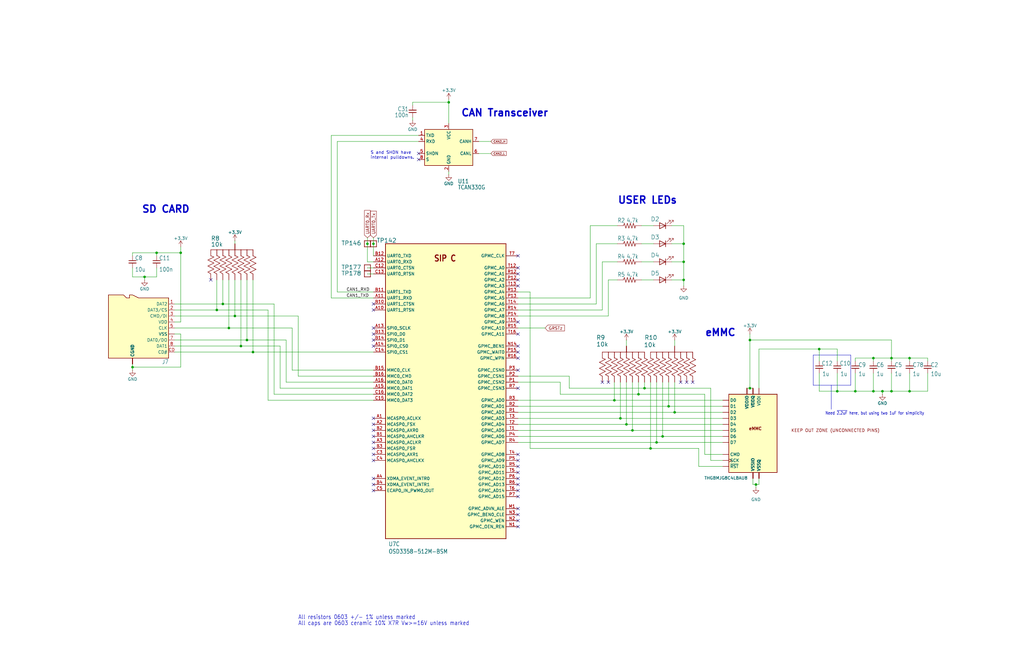
<source format=kicad_sch>
(kicad_sch (version 20250114) (generator "eeschema") (generator_version "9.0")
  (paper "B")
  (title_block (title "Oresat Live Card") (date "2025-09-15") (rev "2.1"))
  (text "CAN Transceiver" (at 194.31 49.53 0) (effects (font (size 3 3) (thickness 0.6) (bold yes)) (justify left bottom)))
  (text "All resistors 0603 +/- 1% unless marked" (at 125.73 261.62 0) (effects (font (size 1.778 1.5113)) (justify left bottom)))
  (text "USER LEDs" (at 260.35 86.36 0) (effects (font (size 3 3) (thickness 0.6) (bold yes)) (justify left bottom)))
  (text "S and SHDN have \ninternal pulldowns." (at 156.21 67.31 0) (effects (font (size 1.27 1.27)) (justify left bottom)))
  (text "All caps are 0603 ceramic 10% X7R Vw>=16V unless marked" (at 125.73 264.16 0) (effects (font (size 1.778 1.5113)) (justify left bottom)))
  (text "Need ~{2.2uF} here, but using two 1uF for simplicity" (at 347.98 175.26 0) (effects (font (size 1.27 1.0795)) (justify left bottom)))
  (text "eMMC" (at 297.18 142.24 0) (effects (font (size 3 3) (thickness 0.6) (bold yes)) (justify left bottom)))
  (text "SD CARD" (at 59.69 90.17 0) (effects (font (size 3 3) (thickness 0.6) (bold yes)) (justify left bottom)))
  (junction (at 274.32 189.23))
  (junction (at 106.68 148.59))
  (junction (at 101.6 146.05))
  (junction (at 383.54 151.13))
  (junction (at 372.11 165.1))
  (junction (at 99.06 133.35))
  (junction (at 261.62 176.53))
  (junction (at 266.7 181.61))
  (junction (at 55.88 154.94))
  (junction (at 383.54 165.1))
  (junction (at 269.24 166.37))
  (junction (at 264.16 179.07))
  (junction (at 66.04 106.68))
  (junction (at 281.94 171.45))
  (junction (at 316.23 143.51))
  (junction (at 318.77 204.47))
  (junction (at 157.48 102.87))
  (junction (at 189.23 43.18))
  (junction (at 284.48 173.99))
  (junction (at 316.23 163.83))
  (junction (at 288.29 102.87))
  (junction (at 288.29 110.49))
  (junction (at 91.44 130.81))
  (junction (at 375.92 151.13))
  (junction (at 360.68 165.1))
  (junction (at 259.08 168.91))
  (junction (at 276.86 186.69))
  (junction (at 368.3 165.1))
  (junction (at 368.3 151.13))
  (junction (at 60.96 116.84))
  (junction (at 288.29 118.11))
  (junction (at 271.78 163.83))
  (junction (at 93.98 128.27))
  (junction (at 76.2 106.68))
  (junction (at 154.94 102.87))
  (junction (at 375.92 165.1))
  (junction (at 353.06 165.1))
  (junction (at 279.4 184.15))
  (junction (at 96.52 138.43))
  (junction (at 345.44 147.32))
  (junction (at 104.14 143.51))
  (no_connect (at 218.44 135.89))
  (no_connect (at 287.02 161.29))
  (no_connect (at 289.56 161.29))
  (no_connect (at 292.1 161.29))
  (no_connect (at 256.54 161.29))
  (no_connect (at 254 161.29))
  (no_connect (at 218.44 107.95))
  (no_connect (at 218.44 113.03))
  (no_connect (at 218.44 115.57))
  (no_connect (at 218.44 118.11))
  (no_connect (at 218.44 120.65))
  (no_connect (at 88.9 118.11))
  (no_connect (at 157.48 128.27))
  (no_connect (at 157.48 140.97))
  (no_connect (at 157.48 138.43))
  (no_connect (at 157.48 130.81))
  (no_connect (at 176.53 67.31))
  (no_connect (at 176.53 64.77))
  (no_connect (at 218.44 151.13))
  (no_connect (at 218.44 156.21))
  (no_connect (at 218.44 163.83))
  (no_connect (at 218.44 140.97))
  (no_connect (at 218.44 146.05))
  (no_connect (at 218.44 148.59))
  (no_connect (at 218.44 194.31))
  (no_connect (at 218.44 196.85))
  (no_connect (at 218.44 199.39))
  (no_connect (at 218.44 201.93))
  (no_connect (at 218.44 204.47))
  (no_connect (at 218.44 207.01))
  (no_connect (at 218.44 209.55))
  (no_connect (at 218.44 214.63))
  (no_connect (at 218.44 217.17))
  (no_connect (at 218.44 219.71))
  (no_connect (at 218.44 191.77))
  (no_connect (at 218.44 222.25))
  (no_connect (at 157.48 207.01))
  (no_connect (at 157.48 204.47))
  (no_connect (at 157.48 201.93))
  (no_connect (at 157.48 191.77))
  (no_connect (at 157.48 194.31))
  (no_connect (at 157.48 189.23))
  (no_connect (at 157.48 186.69))
  (no_connect (at 157.48 184.15))
  (no_connect (at 157.48 181.61))
  (no_connect (at 157.48 179.07))
  (no_connect (at 157.48 176.53))
  (no_connect (at 157.48 146.05))
  (no_connect (at 157.48 143.51))
  (wire (pts (xy 104.14 118.11) (xy 104.14 143.51)))
  (wire (pts (xy 345.44 147.32) (xy 345.44 152.4)))
  (wire (pts (xy 304.8 191.77) (xy 297.18 191.77)))
  (wire (pts (xy 261.62 176.53) (xy 304.8 176.53)))
  (wire (pts (xy 113.03 168.91) (xy 157.48 168.91)))
  (wire (pts (xy 76.2 135.89) (xy 76.2 106.68)))
  (wire (pts (xy 270.51 110.49) (xy 275.59 110.49)))
  (wire (pts (xy 55.88 154.94) (xy 76.2 154.94)))
  (wire (pts (xy 279.4 161.29) (xy 279.4 184.15)))
  (wire (pts (xy 254 110.49) (xy 260.35 110.49)))
  (wire (pts (xy 139.7 57.15) (xy 139.7 125.73)))
  (wire (pts (xy 142.24 59.69) (xy 176.53 59.69)))
  (wire (pts (xy 383.54 165.1) (xy 375.92 165.1)))
  (wire (pts (xy 256.54 118.11) (xy 260.35 118.11)))
  (wire (pts (xy 76.2 154.94) (xy 76.2 140.97)))
  (wire (pts (xy 96.52 138.43) (xy 123.19 138.43)))
  (wire (pts (xy 218.44 158.75) (xy 240.03 158.75)))
  (wire (pts (xy 55.88 153.67) (xy 55.88 154.94)))
  (wire (pts (xy 218.44 130.81) (xy 254 130.81)))
  (wire (pts (xy 304.8 196.85) (xy 294.64 196.85)))
  (wire (pts (xy 391.16 165.1) (xy 383.54 165.1)))
  (wire (pts (xy 66.04 106.68) (xy 76.2 106.68)))
  (wire (pts (xy 157.48 107.95) (xy 157.48 102.87)))
  (wire (pts (xy 60.96 116.84) (xy 60.96 118.11)))
  (wire (pts (xy 76.2 104.14) (xy 76.2 106.68)))
  (wire (pts (xy 270.51 95.25) (xy 275.59 95.25)))
  (wire (pts (xy 304.8 181.61) (xy 266.7 181.61)))
  (wire (pts (xy 383.54 151.13) (xy 391.16 151.13)))
  (wire (pts (xy 288.29 110.49) (xy 288.29 102.87)))
  (wire (pts (xy 269.24 161.29) (xy 269.24 166.37)))
  (wire (pts (xy 118.11 163.83) (xy 118.11 146.05)))
  (wire (pts (xy 173.99 43.18) (xy 189.23 43.18)))
  (wire (pts (xy 240.03 163.83) (xy 271.78 163.83)))
  (wire (pts (xy 218.44 133.35) (xy 256.54 133.35)))
  (wire (pts (xy 125.73 133.35) (xy 125.73 158.75)))
  (wire (pts (xy 55.88 106.68) (xy 55.88 107.95)))
  (wire (pts (xy 91.44 118.11) (xy 91.44 130.81)))
  (wire (pts (xy 218.44 138.43) (xy 229.87 138.43)))
  (wire (pts (xy 274.32 189.23) (xy 294.64 189.23)))
  (wire (pts (xy 281.94 171.45) (xy 304.8 171.45)))
  (wire (pts (xy 276.86 186.69) (xy 218.44 186.69)))
  (wire (pts (xy 223.52 123.19) (xy 223.52 189.23)))
  (wire (pts (xy 284.48 143.51) (xy 284.48 146.05)))
  (polyline (pts (xy 350.52 162.56) (xy 342.9 162.56)))
  (wire (pts (xy 271.78 163.83) (xy 299.72 163.83)))
  (wire (pts (xy 360.68 151.13) (xy 368.3 151.13)))
  (wire (pts (xy 284.48 161.29) (xy 284.48 173.99)))
  (wire (pts (xy 157.48 102.87) (xy 157.48 100.33)))
  (wire (pts (xy 372.11 165.1) (xy 368.3 165.1)))
  (wire (pts (xy 73.66 133.35) (xy 99.06 133.35)))
  (wire (pts (xy 281.94 161.29) (xy 281.94 171.45)))
  (wire (pts (xy 99.06 118.11) (xy 99.06 133.35)))
  (wire (pts (xy 320.04 201.93) (xy 320.04 204.47)))
  (polyline (pts (xy 350.52 172.72) (xy 350.52 162.56)))
  (wire (pts (xy 223.52 189.23) (xy 274.32 189.23)))
  (wire (pts (xy 353.06 147.32) (xy 345.44 147.32)))
  (wire (pts (xy 99.06 101.6) (xy 99.06 102.87)))
  (wire (pts (xy 55.88 113.03) (xy 55.88 116.84)))
  (wire (pts (xy 189.23 43.18) (xy 189.23 52.07)))
  (wire (pts (xy 73.66 148.59) (xy 106.68 148.59)))
  (wire (pts (xy 101.6 146.05) (xy 73.66 146.05)))
  (wire (pts (xy 270.51 118.11) (xy 275.59 118.11)))
  (wire (pts (xy 93.98 118.11) (xy 93.98 128.27)))
  (polyline (pts (xy 358.775 162.56) (xy 350.52 162.56)))
  (wire (pts (xy 118.11 146.05) (xy 101.6 146.05)))
  (wire (pts (xy 218.44 125.73) (xy 248.92 125.73)))
  (wire (pts (xy 113.03 130.81) (xy 91.44 130.81)))
  (wire (pts (xy 248.92 95.25) (xy 260.35 95.25)))
  (wire (pts (xy 345.44 157.48) (xy 345.44 165.1)))
  (wire (pts (xy 375.92 151.13) (xy 383.54 151.13)))
  (wire (pts (xy 66.04 106.68) (xy 55.88 106.68)))
  (wire (pts (xy 248.92 95.25) (xy 248.92 125.73)))
  (wire (pts (xy 264.16 161.29) (xy 264.16 179.07)))
  (wire (pts (xy 66.04 116.84) (xy 60.96 116.84)))
  (wire (pts (xy 118.11 163.83) (xy 157.48 163.83)))
  (wire (pts (xy 372.11 165.1) (xy 372.11 166.37)))
  (wire (pts (xy 375.92 165.1) (xy 372.11 165.1)))
  (wire (pts (xy 274.32 161.29) (xy 274.32 189.23)))
  (wire (pts (xy 76.2 140.97) (xy 73.66 140.97)))
  (wire (pts (xy 154.94 110.49) (xy 157.48 110.49)))
  (wire (pts (xy 266.7 161.29) (xy 266.7 181.61)))
  (polyline (pts (xy 342.9 162.56) (xy 342.9 149.86)))
  (polyline (pts (xy 358.775 149.86) (xy 358.775 162.56)))
  (wire (pts (xy 316.23 143.51) (xy 316.23 163.83)))
  (wire (pts (xy 113.03 168.91) (xy 113.03 130.81)))
  (wire (pts (xy 360.68 165.1) (xy 353.06 165.1)))
  (wire (pts (xy 142.24 123.19) (xy 157.48 123.19)))
  (wire (pts (xy 154.94 102.87) (xy 154.94 110.49)))
  (wire (pts (xy 259.08 161.29) (xy 259.08 168.91)))
  (wire (pts (xy 189.23 41.91) (xy 189.23 43.18)))
  (wire (pts (xy 218.44 123.19) (xy 223.52 123.19)))
  (wire (pts (xy 236.22 161.29) (xy 236.22 166.37)))
  (wire (pts (xy 261.62 161.29) (xy 261.62 176.53)))
  (wire (pts (xy 279.4 184.15) (xy 304.8 184.15)))
  (wire (pts (xy 93.98 128.27) (xy 73.66 128.27)))
  (wire (pts (xy 270.51 102.87) (xy 275.59 102.87)))
  (wire (pts (xy 391.16 151.13) (xy 391.16 152.4)))
  (wire (pts (xy 173.99 49.53) (xy 173.99 50.8)))
  (wire (pts (xy 391.16 157.48) (xy 391.16 165.1)))
  (wire (pts (xy 360.68 157.48) (xy 360.68 165.1)))
  (wire (pts (xy 297.18 191.77) (xy 297.18 166.37)))
  (wire (pts (xy 66.04 113.03) (xy 66.04 116.84)))
  (wire (pts (xy 271.78 161.29) (xy 271.78 163.83)))
  (wire (pts (xy 264.16 179.07) (xy 218.44 179.07)))
  (wire (pts (xy 60.96 116.84) (xy 55.88 116.84)))
  (wire (pts (xy 115.57 166.37) (xy 115.57 128.27)))
  (wire (pts (xy 368.3 165.1) (xy 360.68 165.1)))
  (wire (pts (xy 284.48 173.99) (xy 218.44 173.99)))
  (wire (pts (xy 123.19 138.43) (xy 123.19 156.21)))
  (wire (pts (xy 115.57 128.27) (xy 93.98 128.27)))
  (wire (pts (xy 139.7 125.73) (xy 157.48 125.73)))
  (wire (pts (xy 104.14 143.51) (xy 120.65 143.51)))
  (wire (pts (xy 283.21 95.25) (xy 288.29 95.25)))
  (wire (pts (xy 91.44 130.81) (xy 73.66 130.81)))
  (wire (pts (xy 218.44 168.91) (xy 259.08 168.91)))
  (wire (pts (xy 201.93 59.69) (xy 207.01 59.69)))
  (wire (pts (xy 254 110.49) (xy 254 130.81)))
  (wire (pts (xy 99.06 133.35) (xy 125.73 133.35)))
  (wire (pts (xy 353.06 165.1) (xy 345.44 165.1)))
  (wire (pts (xy 353.06 157.48) (xy 353.06 165.1)))
  (wire (pts (xy 240.03 158.75) (xy 240.03 163.83)))
  (wire (pts (xy 218.44 176.53) (xy 261.62 176.53)))
  (wire (pts (xy 73.66 135.89) (xy 76.2 135.89)))
  (wire (pts (xy 157.48 115.57) (xy 154.94 115.57)))
  (wire (pts (xy 304.8 173.99) (xy 284.48 173.99)))
  (wire (pts (xy 157.48 161.29) (xy 120.65 161.29)))
  (wire (pts (xy 201.93 64.77) (xy 207.01 64.77)))
  (wire (pts (xy 189.23 72.39) (xy 189.23 73.66)))
  (wire (pts (xy 218.44 184.15) (xy 279.4 184.15)))
  (wire (pts (xy 251.46 102.87) (xy 251.46 128.27)))
  (wire (pts (xy 55.88 154.94) (xy 55.88 156.21)))
  (wire (pts (xy 375.92 157.48) (xy 375.92 165.1)))
  (wire (pts (xy 266.7 181.61) (xy 218.44 181.61)))
  (wire (pts (xy 259.08 168.91) (xy 304.8 168.91)))
  (wire (pts (xy 283.21 118.11) (xy 288.29 118.11)))
  (wire (pts (xy 317.5 201.93) (xy 317.5 204.47)))
  (wire (pts (xy 368.3 151.13) (xy 375.92 151.13)))
  (wire (pts (xy 218.44 128.27) (xy 251.46 128.27)))
  (wire (pts (xy 318.77 204.47) (xy 318.77 205.74)))
  (wire (pts (xy 383.54 151.13) (xy 383.54 152.4)))
  (wire (pts (xy 276.86 161.29) (xy 276.86 186.69)))
  (wire (pts (xy 320.04 147.32) (xy 320.04 163.83)))
  (wire (pts (xy 173.99 44.45) (xy 173.99 43.18)))
  (wire (pts (xy 176.53 57.15) (xy 139.7 57.15)))
  (wire (pts (xy 256.54 118.11) (xy 256.54 133.35)))
  (wire (pts (xy 316.23 143.51) (xy 375.92 143.51)))
  (wire (pts (xy 314.96 163.83) (xy 316.23 163.83)))
  (wire (pts (xy 320.04 204.47) (xy 318.77 204.47)))
  (wire (pts (xy 288.29 120.65) (xy 288.29 118.11)))
  (wire (pts (xy 318.77 204.47) (xy 317.5 204.47)))
  (wire (pts (xy 288.29 102.87) (xy 288.29 95.25)))
  (wire (pts (xy 294.64 196.85) (xy 294.64 189.23)))
  (wire (pts (xy 106.68 118.11) (xy 106.68 148.59)))
  (wire (pts (xy 304.8 179.07) (xy 264.16 179.07)))
  (wire (pts (xy 154.94 100.33) (xy 154.94 102.87)))
  (wire (pts (xy 288.29 118.11) (xy 288.29 110.49)))
  (wire (pts (xy 304.8 194.31) (xy 299.72 194.31)))
  (wire (pts (xy 264.16 143.51) (xy 264.16 146.05)))
  (polyline (pts (xy 342.9 149.86) (xy 358.775 149.86)))
  (wire (pts (xy 283.21 102.87) (xy 288.29 102.87)))
  (wire (pts (xy 360.68 151.13) (xy 360.68 152.4)))
  (wire (pts (xy 283.21 110.49) (xy 288.29 110.49)))
  (wire (pts (xy 269.24 166.37) (xy 297.18 166.37)))
  (wire (pts (xy 375.92 143.51) (xy 375.92 151.13)))
  (wire (pts (xy 66.04 107.95) (xy 66.04 106.68)))
  (wire (pts (xy 320.04 147.32) (xy 345.44 147.32)))
  (wire (pts (xy 125.73 158.75) (xy 157.48 158.75)))
  (wire (pts (xy 106.68 148.59) (xy 157.48 148.59)))
  (wire (pts (xy 157.48 113.03) (xy 154.94 113.03)))
  (wire (pts (xy 368.3 157.48) (xy 368.3 165.1)))
  (wire (pts (xy 383.54 157.48) (xy 383.54 165.1)))
  (wire (pts (xy 316.23 163.83) (xy 317.5 163.83)))
  (wire (pts (xy 368.3 151.13) (xy 368.3 152.4)))
  (wire (pts (xy 251.46 102.87) (xy 260.35 102.87)))
  (wire (pts (xy 218.44 171.45) (xy 281.94 171.45)))
  (wire (pts (xy 142.24 59.69) (xy 142.24 123.19)))
  (wire (pts (xy 101.6 118.11) (xy 101.6 146.05)))
  (wire (pts (xy 304.8 186.69) (xy 276.86 186.69)))
  (wire (pts (xy 236.22 166.37) (xy 269.24 166.37)))
  (wire (pts (xy 299.72 163.83) (xy 299.72 194.31)))
  (wire (pts (xy 353.06 152.4) (xy 353.06 147.32)))
  (wire (pts (xy 218.44 161.29) (xy 236.22 161.29)))
  (wire (pts (xy 96.52 118.11) (xy 96.52 138.43)))
  (wire (pts (xy 123.19 156.21) (xy 157.48 156.21)))
  (wire (pts (xy 115.57 166.37) (xy 157.48 166.37)))
  (wire (pts (xy 73.66 143.51) (xy 104.14 143.51)))
  (wire (pts (xy 73.66 138.43) (xy 96.52 138.43)))
  (wire (pts (xy 316.23 140.97) (xy 316.23 143.51)))
  (wire (pts (xy 120.65 143.51) (xy 120.65 161.29)))
  (wire (pts (xy 375.92 151.13) (xy 375.92 152.4)))
  (label "CAN1_RXD" (at 146.05 123.19 0))
  (label "CAN1_TXD" (at 146.05 125.73 0))
  (global_label "CAN2_L" (shape input) (at 207.01 64.77 0) (effects (font (size 0.889 0.889))) (property "Intersheetrefs" "${INTERSHEET_REFS}" (at 213.5251 64.7145 0) (effects (font (size 0.889 0.889)) (justify left))))
  (global_label "GRSTz" (shape input) (at 229.87 138.43 0) (property "Intersheetrefs" "${INTERSHEET_REFS}" (at 238.0283 138.3506 0) (effects (justify left))))
  (global_label "UART0_Rx" (shape input) (at 154.94 100.33 90) (property "Intersheetrefs" "${INTERSHEET_REFS}" (at 154.94 88.2129 90) (effects (font (size 0.889 0.889)) (justify left))))
  (global_label "UART0_Tx" (shape input) (at 157.48 100.33 90) (property "Intersheetrefs" "${INTERSHEET_REFS}" (at 157.48 88.5153 90) (effects (font (size 0.889 0.889)) (justify left))))
  (global_label "CAN2_H" (shape input) (at 207.01 59.69 0) (effects (font (size 0.889 0.889))) (property "Intersheetrefs" "${INTERSHEET_REFS}" (at 213.7368 59.6345 0) (effects (font (size 0.889 0.889)) (justify left))))
  (symbol (lib_id "power:GND") (at 372.11 166.37 0) (unit 1)
    (property "Reference" "#PWR99" (effects (hide yes)))
    (property "Value" "GND" (at 372.11 170.18 0))
    (property "Description" "Power symbol creates a global label with name \"GND\" , ground" (effects (hide yes)))
  )
  (symbol (lib_id "power:+3.3V") (at 76.2 104.14 0) (unit 1)
    (property "Reference" "#PWR0154" (effects (hide yes)))
    (property "Value" "+3.3V" (at 76.2 100.584 0))
    (property "Description" "Power symbol creates a global label with name \"+3.3V\"" (effects (hide yes)))
  )
  (symbol (lib_id "power:GND") (at 288.29 120.65 0) (unit 1)
    (property "Reference" "#PWR48" (effects (hide yes)))
    (property "Value" "GND" (at 288.29 125.73 0))
    (property "Description" "Power symbol creates a global label with name \"GND\" , ground" (effects (hide yes)))
  )
  (symbol (lib_id "power:GND") (at 60.96 118.11 0) (unit 1)
    (property "Reference" "#PWR46" (effects (hide yes)))
    (property "Value" "GND" (at 60.96 121.92 0))
    (property "Description" "Power symbol creates a global label with name \"GND\" , ground" (effects (hide yes)))
  )
  (symbol (lib_id "Device:C_Small") (at 353.06 154.94 0) (unit 1)
    (property "Reference" "C10" (at 354.076 154.305 0) (effects (font (size 1.778 1.5113)) (justify left bottom)))
    (property "Value" "1u" (at 354.33 158.75 0) (effects (font (size 1.778 1.5113)) (justify left bottom)))
    (property "Footprint" "oresat-passives:0603-C" (effects (hide yes)))
    (property "Description" "CAP CER 1UF 16V X7R 0603" (effects (hide yes)))
    (property "MPN" "CGA3E1X7R1C105K080AC " (effects (hide yes)))
    (property "DPN" "445-12539-1-ND " (effects (hide yes)))
    (property "MFR" "TDK Corporation " (effects (hide yes)))
    (property "DIS" "DigiKey" (effects (hide yes)))
  )
  (symbol (lib_id "Interface_CAN_LIN:TCAN330") (at 189.23 62.23 0) (unit 1)
    (property "Reference" "U11" (at 193.04 77.47 0) (effects (font (size 1.778 1.5113)) (justify left bottom)))
    (property "Value" "TCAN330G" (at 193.04 80.01 0) (effects (font (size 1.778 1.5113)) (justify left bottom)))
    (property "Footprint" "oresat-live-card:SOT23-8_TI-DCN" (effects (hide yes)))
    (property "Datasheet" "http://www.ti.com/lit/ds/symlink/tcan337.pdf" (effects (hide yes)))
    (property "Description" "High-Speed CAN Transceiver, 1Mbps, 3.3V supply, silent mode, shutdown mode, SOT-23-8/SOIC-8" (effects (hide yes)))
    (property "MPN" "TCAN330GDCNR " (effects (hide yes)))
    (property "DPN" "296-TCAN330GDCNRCT-ND " (effects (hide yes)))
    (property "MFR" "Texas Instruments " (effects (hide yes)))
    (property "DIS" "DigiKey" (effects (hide yes)))
  )
  (symbol (lib_id "oresat-misc:Test-Point-1mm-round") (at 154.94 102.87 180) (unit 1)
    (property "Reference" "TP146" (at 152.4 101.6 0) (effects (font (size 1.778 1.778)) (justify left bottom)))
    (property "Value" "TEST-POINT3X4" (effects (hide yes)))
    (property "Footprint" "oresat-misc:TestPoint_Pad_D1.0mm" (effects (hide yes)))
  )
  (symbol (lib_id "power:+3.3V") (at 99.06 101.6 0) (unit 1)
    (property "Reference" "#PWR0153" (effects (hide yes)))
    (property "Value" "+3.3V" (at 99.06 98.044 0))
    (property "Description" "Power symbol creates a global label with name \"+3.3V\"" (effects (hide yes)))
  )
  (symbol (lib_id "power:GND") (at 55.88 156.21 0) (unit 1)
    (property "Reference" "#PWR47" (effects (hide yes)))
    (property "Value" "GND" (at 55.88 160.02 0))
    (property "Description" "Power symbol creates a global label with name \"GND\" , ground" (effects (hide yes)))
  )
  (symbol (lib_id "oresat-ics:OSD3358-512M-BSM") (at 187.96 163.83 0) (unit 3)
    (property "Reference" "U7" (at 163.83 228.6 0) (effects (font (size 1.778 1.5113)) (justify left top)))
    (property "Value" "OSD3358-512M-BSM" (at 163.83 233.68 0) (effects (font (size 1.778 1.5113)) (justify left bottom)))
    (property "Footprint" "oresat-ics:U-Octavo-OSD335X-BGA-256" (effects (hide yes)))
    (property "Description" "OSD335x Embedded Module 1GHz 512MB" (effects (hide yes)))
    (property "MPN" "OSD3358-512M-BSM" (effects (hide yes)))
    (property "DPN" "1676-1002-ND " (effects (hide yes)))
    (property "MFR" "Octavo Systems " (effects (hide yes)))
    (property "DIS" "DigiKey" (effects (hide yes)))
  )
  (symbol (lib_id "Device:C_Small") (at 375.92 154.94 0) (unit 1)
    (property "Reference" "C5" (at 377.19 154.94 0) (effects (font (size 1.778 1.5113)) (justify left bottom)))
    (property "Value" "1u" (at 377.19 158.75 0) (effects (font (size 1.778 1.5113)) (justify left bottom)))
    (property "Footprint" "oresat-passives:0603-C" (effects (hide yes)))
    (property "Description" "CAP CER 1UF 16V X7R 0603" (effects (hide yes)))
    (property "MPN" "CGA3E1X7R1C105K080AC " (effects (hide yes)))
    (property "DPN" "445-12539-1-ND " (effects (hide yes)))
    (property "MFR" "TDK Corporation " (effects (hide yes)))
    (property "DIS" "DigiKey" (effects (hide yes)))
  )
  (symbol (lib_id "power:GND") (at 173.99 50.8 0) (unit 1)
    (property "Reference" "#PWR0186" (effects (hide yes)))
    (property "Value" "GND" (at 173.99 54.61 0))
    (property "Description" "Power symbol creates a global label with name \"GND\" , ground" (effects (hide yes)))
  )
  (symbol (lib_id "Device:LED") (at 279.4 102.87 180) (unit 1)
    (property "Reference" "D3" (at 278.13 99.06 0) (effects (font (size 1.778 1.778)) (justify left bottom)))
    (property "Value" "BLUE" (effects (hide yes)))
    (property "Footprint" "oresat-live-card:LED-0603" (effects (hide yes)))
    (property "Description" "Blue 470nm LED 3.2V 0603" (effects (hide yes)))
    (property "MPN" "150060BS75020" (effects (hide yes)))
    (property "DPN" "732-150060BS75020CT-ND " (effects (hide yes)))
    (property "MFR" "Würth Elektronik " (effects (hide yes)))
    (property "Sim.Pins" "1=K 2=A" (effects (hide yes)))
    (property "DIS" "DigiKey" (effects (hide yes)))
  )
  (symbol (lib_id "oresat-passives:R-US") (at 265.43 118.11 0) (unit 1)
    (property "Reference" "R5" (at 260.35 116.84 0) (effects (font (size 1.778 1.5113)) (justify left bottom)))
    (property "Value" "4.7k" (at 264.16 116.84 0) (effects (font (size 1.778 1.5113)) (justify left bottom)))
    (property "Footprint" "oresat-passives:0603-C" (effects (hide yes)))
    (property "Description" "RES SMD 4.7K OHM 1% 1/10W 0603" (effects (hide yes)))
    (property "MPN" "ERJ-3EKF4701V" (effects (hide yes)))
    (property "DPN" "ERJ-3EKF4701V" (effects (hide yes)))
    (property "MFR" "Panasonic " (effects (hide yes)))
    (property "DIS" "DigiKey" (effects (hide yes)))
  )
  (symbol (lib_id "Device:C_Small") (at 360.68 154.94 0) (unit 1)
    (property "Reference" "C9" (at 361.95 154.94 0) (effects (font (size 1.778 1.5113)) (justify left bottom)))
    (property "Value" "1u" (at 361.95 158.75 0) (effects (font (size 1.778 1.5113)) (justify left bottom)))
    (property "Footprint" "oresat-passives:0603-C" (effects (hide yes)))
    (property "Description" "CAP CER 1UF 16V X7R 0603" (effects (hide yes)))
    (property "MPN" "CGA3E1X7R1C105K080AC " (effects (hide yes)))
    (property "DPN" "445-12539-1-ND " (effects (hide yes)))
    (property "MFR" "TDK Corporation " (effects (hide yes)))
    (property "DIS" "DigiKey" (effects (hide yes)))
  )
  (symbol (lib_id "Device:C_Small") (at 383.54 154.94 0) (unit 1)
    (property "Reference" "C78" (at 384.81 154.94 0) (effects (font (size 1.778 1.5113)) (justify left bottom)))
    (property "Value" "1u" (at 384.81 158.75 0) (effects (font (size 1.778 1.5113)) (justify left bottom)))
    (property "Footprint" "oresat-passives:0603-C" (effects (hide yes)))
    (property "Description" "CAP CER 1UF 16V X7R 0603" (effects (hide yes)))
    (property "MPN" "CGA3E1X7R1C105K080AC " (effects (hide yes)))
    (property "DPN" "445-12539-1-ND " (effects (hide yes)))
    (property "MFR" "TDK Corporation " (effects (hide yes)))
    (property "DIS" "DigiKey" (effects (hide yes)))
  )
  (symbol (lib_id "oresat-passives:R-US") (at 265.43 95.25 0) (unit 1)
    (property "Reference" "R2" (at 260.35 93.98 0) (effects (font (size 1.778 1.5113)) (justify left bottom)))
    (property "Value" "4.7k" (at 264.16 93.98 0) (effects (font (size 1.778 1.5113)) (justify left bottom)))
    (property "Footprint" "oresat-passives:0603-C" (effects (hide yes)))
    (property "Description" "RES SMD 4.7K OHM 1% 1/10W 0603" (effects (hide yes)))
    (property "MPN" "ERJ-3EKF4701V" (effects (hide yes)))
    (property "DPN" "ERJ-3EKF4701V" (effects (hide yes)))
    (property "MFR" "Panasonic " (effects (hide yes)))
    (property "DIS" "DigiKey" (effects (hide yes)))
  )
  (symbol (lib_id "oresat-passives:EXB-A10P391J") (at 88.9 105.41 90) (unit 1)
    (property "Reference" "R8" (at 88.9 101.6 90) (effects (font (size 1.778 1.778)) (justify right top)))
    (property "Value" "10k" (at 88.9 104.14 90) (effects (font (size 1.778 1.778)) (justify right top)))
    (property "Footprint" "oresat-live-card:ARRAY_EXBA-M" (effects (hide yes)))
    (property "Description" "RES ARRAY 8 RES 10K OHM 2512" (effects (hide yes)))
    (property "MPN" "EXB-A10P103J" (effects (hide yes)))
    (property "DPN" "U7103CT-ND " (effects (hide yes)))
    (property "MFR" "Panasonic " (effects (hide yes)))
    (property "DIS" "DigiKey" (effects (hide yes)))
  )
  (symbol (lib_id "Device:C_Small") (at 55.88 110.49 0) (unit 1)
    (property "Reference" "C8" (at 56.896 109.855 0) (effects (font (size 1.778 1.5113)) (justify left bottom)))
    (property "Value" "10u" (at 56.896 114.681 0) (effects (font (size 1.778 1.5113)) (justify left bottom)))
    (property "Footprint" "oresat-passives:0805-C" (effects (hide yes)))
    (property "Description" "CAP CER 10UF 16V X7S 0805" (effects (hide yes)))
    (property "MPN" "CGA4J1X7S1C106M125AC " (effects (hide yes)))
    (property "DPN" "445-16111-1-ND " (effects (hide yes)))
    (property "MFR" "TDK Corporation " (effects (hide yes)))
    (property "DIS" "DigiKey" (effects (hide yes)))
  )
  (symbol (lib_id "oresat-passives:R-US") (at 265.43 102.87 0) (unit 1)
    (property "Reference" "R3" (at 260.35 101.6 0) (effects (font (size 1.778 1.5113)) (justify left bottom)))
    (property "Value" "4.7k" (at 264.16 101.6 0) (effects (font (size 1.778 1.5113)) (justify left bottom)))
    (property "Footprint" "oresat-passives:0603-C" (effects (hide yes)))
    (property "Description" "RES SMD 4.7K OHM 1% 1/10W 0603" (effects (hide yes)))
    (property "MPN" "ERJ-3EKF4701V" (effects (hide yes)))
    (property "DPN" "ERJ-3EKF4701V" (effects (hide yes)))
    (property "MFR" "Panasonic " (effects (hide yes)))
    (property "DIS" "DigiKey" (effects (hide yes)))
  )
  (symbol (lib_id "oresat-misc:Test-Point-1mm-round") (at 157.48 102.87 0) (unit 1)
    (property "Reference" "TP142" (at 158.75 102.489 0) (effects (font (size 1.778 1.778)) (justify left bottom)))
    (property "Value" "TEST-POINT3X4" (effects (hide yes)))
    (property "Footprint" "oresat-misc:TestPoint_Pad_D1.0mm" (effects (hide yes)))
  )
  (symbol (lib_id "Device:C_Small") (at 345.44 154.94 0) (unit 1)
    (property "Reference" "C12" (at 346.456 154.305 0) (effects (font (size 1.778 1.5113)) (justify left bottom)))
    (property "Value" "1u" (at 346.71 158.75 0) (effects (font (size 1.778 1.5113)) (justify left bottom)))
    (property "Footprint" "oresat-passives:0603-C" (effects (hide yes)))
    (property "Description" "CAP CER 1UF 16V X7R 0603" (effects (hide yes)))
    (property "MPN" "CGA3E1X7R1C105K080AC " (effects (hide yes)))
    (property "DPN" "445-12539-1-ND " (effects (hide yes)))
    (property "MFR" "TDK Corporation " (effects (hide yes)))
    (property "DIS" "DigiKey" (effects (hide yes)))
  )
  (symbol (lib_id "power:+3.3V") (at 284.48 143.51 0) (unit 1)
    (property "Reference" "#PWR0157" (effects (hide yes)))
    (property "Value" "+3.3V" (at 284.48 139.954 0))
    (property "Description" "Power symbol creates a global label with name \"+3.3V\"" (effects (hide yes)))
  )
  (symbol (lib_id "oresat-passives:R-US") (at 265.43 110.49 0) (unit 1)
    (property "Reference" "R4" (at 260.35 109.22 0) (effects (font (size 1.778 1.5113)) (justify left bottom)))
    (property "Value" "4.7k" (at 264.16 109.22 0) (effects (font (size 1.778 1.5113)) (justify left bottom)))
    (property "Footprint" "oresat-passives:0603-C" (effects (hide yes)))
    (property "Description" "RES SMD 4.7K OHM 1% 1/10W 0603" (effects (hide yes)))
    (property "MPN" "ERJ-3EKF4701V" (effects (hide yes)))
    (property "DPN" "ERJ-3EKF4701V" (effects (hide yes)))
    (property "MFR" "Panasonic " (effects (hide yes)))
    (property "DIS" "DigiKey" (effects (hide yes)))
  )
  (symbol (lib_id "power:+3.3V") (at 189.23 41.91 0) (unit 1)
    (property "Reference" "#PWR0152" (effects (hide yes)))
    (property "Value" "+3.3V" (at 189.23 38.1 0))
    (property "Description" "Power symbol creates a global label with name \"+3.3V\"" (effects (hide yes)))
  )
  (symbol (lib_id "oresat-misc:Test-Point-1mm-round") (at 154.94 113.03 180) (unit 1)
    (property "Reference" "TP177" (at 152.4 111.76 0) (effects (font (size 1.778 1.778)) (justify left bottom)))
    (property "Value" "TEST-POINT3X4" (effects (hide yes)))
    (property "Footprint" "oresat-misc:TestPoint_Pad_D1.0mm" (effects (hide yes)))
  )
  (symbol (lib_id "oresat-misc:Test-Point-1mm-round") (at 154.94 115.57 180) (unit 1)
    (property "Reference" "TP178" (at 152.4 114.3 0) (effects (font (size 1.778 1.778)) (justify left bottom)))
    (property "Value" "TEST-POINT3X4" (effects (hide yes)))
    (property "Footprint" "oresat-misc:TestPoint_Pad_D1.0mm" (effects (hide yes)))
  )
  (symbol (lib_id "power:+3.3V") (at 264.16 143.51 0) (unit 1)
    (property "Reference" "#PWR0155" (effects (hide yes)))
    (property "Value" "+3.3V" (at 264.16 139.954 0))
    (property "Description" "Power symbol creates a global label with name \"+3.3V\"" (effects (hide yes)))
  )
  (symbol (lib_id "power:GND") (at 318.77 205.74 0) (unit 1)
    (property "Reference" "#PWR49" (effects (hide yes)))
    (property "Value" "GND" (at 318.77 210.82 0))
    (property "Description" "Power symbol creates a global label with name \"GND\" , ground" (effects (hide yes)))
  )
  (symbol (lib_id "power:+3.3V") (at 316.23 140.97 0) (unit 1)
    (property "Reference" "#PWR0156" (effects (hide yes)))
    (property "Value" "+3.3V" (at 316.23 137.414 0))
    (property "Description" "Power symbol creates a global label with name \"+3.3V\"" (effects (hide yes)))
  )
  (symbol (lib_id "power:GND") (at 189.23 73.66 0) (mirror y) (unit 1)
    (property "Reference" "#PWR44" (effects (hide yes)))
    (property "Value" "GND" (at 189.23 77.47 0))
    (property "Description" "Power symbol creates a global label with name \"GND\" , ground" (effects (hide yes)))
  )
  (symbol (lib_id "Device:LED") (at 279.4 95.25 180) (unit 1)
    (property "Reference" "D2" (at 278.13 91.44 0) (effects (font (size 1.778 1.778)) (justify left bottom)))
    (property "Value" "BLUE" (effects (hide yes)))
    (property "Footprint" "oresat-live-card:LED-0603" (effects (hide yes)))
    (property "Description" "Blue 470nm LED 3.2V 0603" (effects (hide yes)))
    (property "MPN" "150060BS75020" (effects (hide yes)))
    (property "DPN" "732-150060BS75020CT-ND " (effects (hide yes)))
    (property "MFR" "Würth Elektronik " (effects (hide yes)))
    (property "Sim.Pins" "1=K 2=A" (effects (hide yes)))
    (property "DIS" "DigiKey" (effects (hide yes)))
  )
  (symbol (lib_id "oresat-passives:EXB-A10P391J") (at 254 148.59 90) (unit 1)
    (property "Reference" "R9" (at 251.4092 143.4592 90) (effects (font (size 1.778 1.778)) (justify right top)))
    (property "Value" "10k" (at 256.54 144.272 90) (effects (font (size 1.778 1.778)) (justify left bottom)))
    (property "Footprint" "oresat-live-card:ARRAY_EXBA-M" (effects (hide yes)))
    (property "Description" "RES ARRAY 8 RES 10K OHM 2512" (effects (hide yes)))
    (property "MPN" "EXB-A10P103J" (effects (hide yes)))
    (property "DPN" "U7103CT-ND " (effects (hide yes)))
    (property "MFR" "Panasonic " (effects (hide yes)))
    (property "DIS" "DigiKey" (effects (hide yes)))
  )
  (symbol (lib_id "Device:LED") (at 279.4 118.11 180) (unit 1)
    (property "Reference" "D5" (at 278.13 114.3 0) (effects (font (size 1.778 1.778)) (justify left bottom)))
    (property "Value" "BLUE" (effects (hide yes)))
    (property "Footprint" "oresat-live-card:LED-0603" (effects (hide yes)))
    (property "Description" "Blue 470nm LED 3.2V 0603" (effects (hide yes)))
    (property "MPN" "150060BS75020" (effects (hide yes)))
    (property "DPN" "732-150060BS75020CT-ND " (effects (hide yes)))
    (property "MFR" "Würth Elektronik " (effects (hide yes)))
    (property "Sim.Pins" "1=K 2=A" (effects (hide yes)))
    (property "DIS" "DigiKey" (effects (hide yes)))
  )
  (symbol (lib_id "Device:C_Small") (at 368.3 154.94 0) (unit 1)
    (property "Reference" "C6" (at 369.57 154.94 0) (effects (font (size 1.778 1.5113)) (justify left bottom)))
    (property "Value" "1u" (at 369.57 158.75 0) (effects (font (size 1.778 1.5113)) (justify left bottom)))
    (property "Footprint" "oresat-passives:0603-C" (effects (hide yes)))
    (property "Description" "CAP CER 1UF 16V X7R 0603" (effects (hide yes)))
    (property "MPN" "CGA3E1X7R1C105K080AC " (effects (hide yes)))
    (property "DPN" "445-12539-1-ND " (effects (hide yes)))
    (property "MFR" "TDK Corporation " (effects (hide yes)))
    (property "DIS" "DigiKey" (effects (hide yes)))
  )
  (symbol (lib_id "oresat-passives:EXB-A10P391J") (at 274.32 148.59 90) (unit 1)
    (property "Reference" "R10" (at 271.7292 143.4592 90) (effects (font (size 1.778 1.778)) (justify right top)))
    (property "Value" "10k" (at 276.606 144.526 90) (effects (font (size 1.778 1.778)) (justify left bottom)))
    (property "Footprint" "oresat-live-card:ARRAY_EXBA-M" (effects (hide yes)))
    (property "Description" "RES ARRAY 8 RES 10K OHM 2512" (effects (hide yes)))
    (property "MPN" "EXB-A10P103J" (effects (hide yes)))
    (property "DPN" "U7103CT-ND " (effects (hide yes)))
    (property "MFR" "Panasonic " (effects (hide yes)))
    (property "DIS" "DigiKey" (effects (hide yes)))
  )
  (symbol (lib_id "Device:C_Small") (at 66.04 110.49 0) (unit 1)
    (property "Reference" "C11" (at 67.056 109.855 0) (effects (font (size 1.778 1.5113)) (justify left bottom)))
    (property "Value" "100n" (at 67.056 114.681 0) (effects (font (size 1.778 1.5113)) (justify left bottom)))
    (property "Footprint" "oresat-passives:0603-C" (effects (hide yes)))
    (property "Description" "CAP CER 0.1UF 25V X7R 0603" (effects (hide yes)))
    (property "MPN" "CGA3E2X7R1E104K080AA " (effects (hide yes)))
    (property "DPN" "445-5667-1-ND " (effects (hide yes)))
    (property "MFR" "TDK Corporation " (effects (hide yes)))
    (property "DIS" "DigiKey" (effects (hide yes)))
  )
  (symbol (lib_id "oresat-connectors:DM3BT-DSF-PEJS") (at 58.42 138.43 0) (mirror y) (unit 1)
    (property "Reference" "J7" (at 71.12 153.67 0) (effects (font (size 1.778 1.5113)) (justify left bottom)))
    (property "Value" "DM3BT-DSF-PEJS" (effects (hide yes)))
    (property "Footprint" "oresat-connectors:J-Hirose-DM3BT-DSF-PEJS" (effects (hide yes)))
    (property "Description" "CONN MICRO SD CARD R/A SMD" (effects (hide yes)))
    (property "MPN" "DM3BT-DSF-PEJS" (effects (hide yes)))
    (property "DPN" "HR1942CT-ND " (effects (hide yes)))
    (property "MFR" "Hirose Electric Co Ltd " (effects (hide yes)))
    (property "DIS" "DigiKey" (effects (hide yes)))
  )
  (symbol (lib_id "Device:LED") (at 279.4 110.49 180) (unit 1)
    (property "Reference" "D4" (at 278.13 106.68 0) (effects (font (size 1.778 1.778)) (justify left bottom)))
    (property "Value" "BLUE" (effects (hide yes)))
    (property "Footprint" "oresat-live-card:LED-0603" (effects (hide yes)))
    (property "Description" "Blue 470nm LED 3.2V 0603" (effects (hide yes)))
    (property "MPN" "150060BS75020" (effects (hide yes)))
    (property "DPN" "732-150060BS75020CT-ND " (effects (hide yes)))
    (property "MFR" "Würth Elektronik " (effects (hide yes)))
    (property "Sim.Pins" "1=K 2=A" (effects (hide yes)))
    (property "DIS" "DigiKey" (effects (hide yes)))
  )
  (symbol (lib_id "Device:C_Small") (at 173.99 46.99 180) (unit 1)
    (property "Reference" "C31" (at 167.64 46.99 0) (effects (font (size 1.778 1.5113)) (justify right top)))
    (property "Value" "100n" (at 166.37 49.53 0) (effects (font (size 1.778 1.5113)) (justify right top)))
    (property "Footprint" "oresat-passives:0603-C" (effects (hide yes)))
    (property "Description" "CAP CER 0.1UF 25V X7R 0603" (effects (hide yes)))
    (property "MPN" "CGA3E2X7R1E104K080AA " (effects (hide yes)))
    (property "DPN" "445-5667-1-ND " (effects (hide yes)))
    (property "MFR" "TDK Corporation " (effects (hide yes)))
    (property "DIS" "DigiKey" (effects (hide yes)))
  )
  (symbol (lib_id "oresat-ics:EMMC+RESET+5.1-COMPATIBLE-BA") (at 317.5 181.61 0) (unit 1)
    (property "Reference" "U3" (effects (hide yes)))
    (property "Value" "THGBMJG8C4LBAU8" (at 296.926 202.438 0) (effects (justify left bottom)))
    (property "Footprint" "oresat-ics:BGA-153(11.5X13)(EMMC-BA)" (effects (hide yes)))
    (property "Datasheet" "https://www.mouser.com/datasheet/3/3711/1/KIOXIA_e-MMC_Product_Brief.pdf" (effects (hide yes)))
    (property "Description" "IC FLASH 32GB EMMC 153FBGA" (effects (hide yes)))
    (property "MPN" " THGBMJG8C4LBAU8" (effects (hide yes)))
    (property "DPN" "757-THGBMJG8C4LBAU8" (effects (hide yes)))
    (property "MFR" "Kioxia " (effects (hide yes)))
    (property "DIS" "Mouser" (effects (hide yes)))
  )
  (symbol (lib_id "Device:C_Small") (at 391.16 154.94 0) (unit 1)
    (property "Reference" "C2" (at 392.43 154.94 0) (effects (font (size 1.778 1.5113)) (justify left bottom)))
    (property "Value" "10u" (at 392.43 158.75 0) (effects (font (size 1.778 1.5113)) (justify left bottom)))
    (property "Footprint" "oresat-passives:0805-C" (effects (hide yes)))
    (property "Description" "CAP CER 10UF 16V X7S 0805" (effects (hide yes)))
    (property "MPN" "CGA4J1X7S1C106M125AC " (effects (hide yes)))
    (property "DPN" "445-16111-1-ND " (effects (hide yes)))
    (property "MFR" "TDK Corporation " (effects (hide yes)))
    (property "DIS" "DigiKey" (effects (hide yes)))
  )
)
</source>
